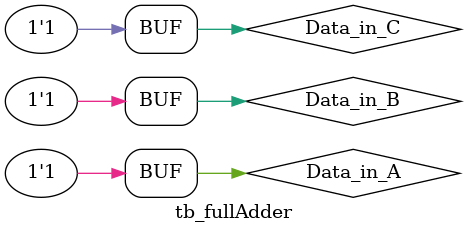
<source format=v>
module tb_fullAdder;

    // Inputs
    reg Data_in_A;
    reg Data_in_B;
    reg Data_in_C;

    // Outputs
    wire Data_out_Sum;
    wire Data_out_Carry;

   
    fullAdder uut (
        .A(Data_in_A), 
        .B(Data_in_B), 
        .C(Data_in_C), 
        .Sum(Data_out_Sum), 
        .Carry(Data_out_Carry)
    );

    initial begin
        $monitor ("=>> time=%0t A=%d B=%d Carry In=%d SUM=%d Carry Out=%d",$time,Data_in_A,Data_in_B,Data_in_C,Data_out_Sum,Data_out_Carry);
        #0  Data_in_A = 1'b0;  Data_in_B = 1'b0;  Data_in_C = 1'b0;
        #10;  Data_in_A = 1'b1;  Data_in_B = 1'b0;  Data_in_C = 1'b0;
        #10;  Data_in_A = 1'b0;  Data_in_B = 1'b1;  Data_in_C = 1'b0;
        #10;  Data_in_A = 1'b0;  Data_in_B = 1'b0;  Data_in_C = 1'b1;
        #10;  Data_in_A = 1'b1;  Data_in_B = 1'b1;  Data_in_C = 1'b0;
        #10;  Data_in_A = 1'b1;  Data_in_B = 1'b0;  Data_in_C = 1'b1;
        #10;  Data_in_A = 1'b0;  Data_in_B = 1'b1;  Data_in_C = 1'b1;
        #10;  Data_in_A = 1'b1;  Data_in_B = 1'b1;  Data_in_C = 1'b1;
      
    end
    endmodule

</source>
